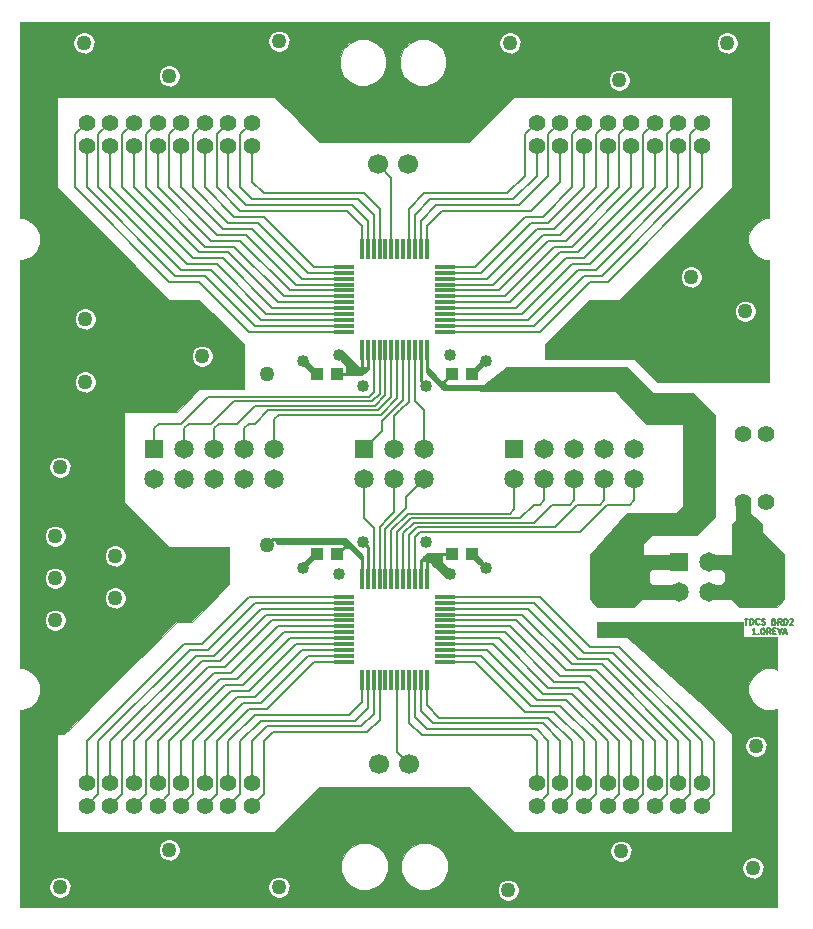
<source format=gtl>
G04 (created by PCBNEW (2013-mar-13)-testing) date Mon 31 Mar 2014 04:14:24 PM PDT*
%MOIN*%
G04 Gerber Fmt 3.4, Leading zero omitted, Abs format*
%FSLAX34Y34*%
G01*
G70*
G90*
G04 APERTURE LIST*
%ADD10C,0.001000*%
%ADD11C,0.005000*%
%ADD12R,0.043307X0.039370*%
%ADD13R,0.070866X0.011811*%
%ADD14R,0.011811X0.070866*%
%ADD15R,0.064961X0.064961*%
%ADD16C,0.064961*%
%ADD17C,0.055118*%
%ADD18C,0.066929*%
%ADD19C,0.050000*%
%ADD20C,0.040000*%
%ADD21C,0.008000*%
%ADD22C,0.010000*%
%ADD23C,0.020000*%
%ADD24C,0.050000*%
G04 APERTURE END LIST*
G54D10*
G54D11*
X96926Y-53140D02*
X97040Y-53140D01*
X96983Y-53340D02*
X96983Y-53140D01*
X97107Y-53340D02*
X97107Y-53140D01*
X97154Y-53140D01*
X97183Y-53150D01*
X97202Y-53169D01*
X97211Y-53188D01*
X97221Y-53226D01*
X97221Y-53254D01*
X97211Y-53292D01*
X97202Y-53311D01*
X97183Y-53330D01*
X97154Y-53340D01*
X97107Y-53340D01*
X97421Y-53321D02*
X97411Y-53330D01*
X97383Y-53340D01*
X97364Y-53340D01*
X97335Y-53330D01*
X97316Y-53311D01*
X97307Y-53292D01*
X97297Y-53254D01*
X97297Y-53226D01*
X97307Y-53188D01*
X97316Y-53169D01*
X97335Y-53150D01*
X97364Y-53140D01*
X97383Y-53140D01*
X97411Y-53150D01*
X97421Y-53159D01*
X97497Y-53330D02*
X97526Y-53340D01*
X97573Y-53340D01*
X97592Y-53330D01*
X97602Y-53321D01*
X97611Y-53302D01*
X97611Y-53283D01*
X97602Y-53264D01*
X97592Y-53254D01*
X97573Y-53245D01*
X97535Y-53235D01*
X97516Y-53226D01*
X97507Y-53216D01*
X97497Y-53197D01*
X97497Y-53178D01*
X97507Y-53159D01*
X97516Y-53150D01*
X97535Y-53140D01*
X97583Y-53140D01*
X97611Y-53150D01*
X97916Y-53235D02*
X97945Y-53245D01*
X97954Y-53254D01*
X97964Y-53273D01*
X97964Y-53302D01*
X97954Y-53321D01*
X97945Y-53330D01*
X97926Y-53340D01*
X97850Y-53340D01*
X97850Y-53140D01*
X97916Y-53140D01*
X97935Y-53150D01*
X97945Y-53159D01*
X97954Y-53178D01*
X97954Y-53197D01*
X97945Y-53216D01*
X97935Y-53226D01*
X97916Y-53235D01*
X97850Y-53235D01*
X98164Y-53340D02*
X98097Y-53245D01*
X98050Y-53340D02*
X98050Y-53140D01*
X98126Y-53140D01*
X98145Y-53150D01*
X98154Y-53159D01*
X98164Y-53178D01*
X98164Y-53207D01*
X98154Y-53226D01*
X98145Y-53235D01*
X98126Y-53245D01*
X98050Y-53245D01*
X98250Y-53340D02*
X98250Y-53140D01*
X98297Y-53140D01*
X98326Y-53150D01*
X98345Y-53169D01*
X98354Y-53188D01*
X98364Y-53226D01*
X98364Y-53254D01*
X98354Y-53292D01*
X98345Y-53311D01*
X98326Y-53330D01*
X98297Y-53340D01*
X98250Y-53340D01*
X98440Y-53159D02*
X98450Y-53150D01*
X98469Y-53140D01*
X98516Y-53140D01*
X98535Y-53150D01*
X98545Y-53159D01*
X98554Y-53178D01*
X98554Y-53197D01*
X98545Y-53226D01*
X98430Y-53340D01*
X98554Y-53340D01*
X97302Y-53670D02*
X97188Y-53670D01*
X97245Y-53670D02*
X97245Y-53470D01*
X97226Y-53499D01*
X97207Y-53518D01*
X97188Y-53527D01*
X97388Y-53651D02*
X97397Y-53660D01*
X97388Y-53670D01*
X97378Y-53660D01*
X97388Y-53651D01*
X97388Y-53670D01*
X97521Y-53470D02*
X97540Y-53470D01*
X97559Y-53480D01*
X97569Y-53489D01*
X97578Y-53508D01*
X97588Y-53546D01*
X97588Y-53594D01*
X97578Y-53632D01*
X97569Y-53651D01*
X97559Y-53660D01*
X97540Y-53670D01*
X97521Y-53670D01*
X97502Y-53660D01*
X97492Y-53651D01*
X97483Y-53632D01*
X97473Y-53594D01*
X97473Y-53546D01*
X97483Y-53508D01*
X97492Y-53489D01*
X97502Y-53480D01*
X97521Y-53470D01*
X97788Y-53670D02*
X97721Y-53575D01*
X97673Y-53670D02*
X97673Y-53470D01*
X97750Y-53470D01*
X97769Y-53480D01*
X97778Y-53489D01*
X97788Y-53508D01*
X97788Y-53537D01*
X97778Y-53556D01*
X97769Y-53565D01*
X97750Y-53575D01*
X97673Y-53575D01*
X97873Y-53565D02*
X97940Y-53565D01*
X97969Y-53670D02*
X97873Y-53670D01*
X97873Y-53470D01*
X97969Y-53470D01*
X98026Y-53470D02*
X98092Y-53670D01*
X98159Y-53470D01*
X98216Y-53613D02*
X98311Y-53613D01*
X98197Y-53670D02*
X98264Y-53470D01*
X98330Y-53670D01*
G54D12*
X87165Y-45000D03*
X87834Y-45000D03*
X87834Y-51000D03*
X87165Y-51000D03*
X83334Y-51000D03*
X82665Y-51000D03*
X83334Y-45000D03*
X82665Y-45000D03*
G54D13*
X86933Y-54582D03*
X86933Y-54385D03*
X86933Y-54188D03*
X86933Y-53992D03*
X86933Y-53795D03*
X86933Y-53598D03*
X86933Y-53401D03*
X86933Y-53204D03*
X86933Y-53007D03*
X86933Y-52811D03*
X86933Y-52614D03*
X86933Y-52417D03*
X83566Y-52417D03*
X83566Y-52614D03*
X83566Y-52811D03*
X83566Y-53007D03*
X83566Y-53204D03*
X83566Y-53401D03*
X83566Y-53598D03*
X83566Y-53795D03*
X83566Y-53992D03*
X83566Y-54188D03*
X83566Y-54385D03*
X83566Y-54582D03*
G54D14*
X84167Y-55183D03*
X84364Y-55183D03*
X84561Y-55183D03*
X84757Y-55183D03*
X84954Y-55183D03*
X85151Y-55183D03*
X85348Y-55183D03*
X85545Y-55183D03*
X85742Y-55183D03*
X85938Y-55183D03*
X86135Y-55183D03*
X86332Y-55183D03*
X86332Y-51816D03*
X86135Y-51816D03*
X85938Y-51816D03*
X85742Y-51816D03*
X85545Y-51816D03*
X85348Y-51816D03*
X85151Y-51816D03*
X84954Y-51816D03*
X84757Y-51816D03*
X84561Y-51816D03*
X84364Y-51816D03*
X84167Y-51816D03*
G54D13*
X83566Y-41417D03*
X83566Y-41614D03*
X83566Y-41811D03*
X83566Y-42007D03*
X83566Y-42204D03*
X83566Y-42401D03*
X83566Y-42598D03*
X83566Y-42795D03*
X83566Y-42992D03*
X83566Y-43188D03*
X83566Y-43385D03*
X83566Y-43582D03*
X86933Y-43582D03*
X86933Y-43385D03*
X86933Y-43188D03*
X86933Y-42992D03*
X86933Y-42795D03*
X86933Y-42598D03*
X86933Y-42401D03*
X86933Y-42204D03*
X86933Y-42007D03*
X86933Y-41811D03*
X86933Y-41614D03*
X86933Y-41417D03*
G54D14*
X86332Y-40816D03*
X86135Y-40816D03*
X85938Y-40816D03*
X85742Y-40816D03*
X85545Y-40816D03*
X85348Y-40816D03*
X85151Y-40816D03*
X84954Y-40816D03*
X84757Y-40816D03*
X84561Y-40816D03*
X84364Y-40816D03*
X84167Y-40816D03*
X84167Y-44183D03*
X84364Y-44183D03*
X84561Y-44183D03*
X84757Y-44183D03*
X84954Y-44183D03*
X85151Y-44183D03*
X85348Y-44183D03*
X85545Y-44183D03*
X85742Y-44183D03*
X85938Y-44183D03*
X86135Y-44183D03*
X86332Y-44183D03*
G54D15*
X77250Y-47500D03*
G54D16*
X77250Y-48500D03*
X78250Y-47500D03*
X78250Y-48500D03*
X79250Y-47500D03*
X79250Y-48500D03*
X80250Y-47500D03*
X80250Y-48500D03*
X81250Y-47500D03*
X81250Y-48500D03*
G54D15*
X89250Y-47500D03*
G54D16*
X89250Y-48500D03*
X90250Y-47500D03*
X90250Y-48500D03*
X91250Y-47500D03*
X91250Y-48500D03*
X92250Y-47500D03*
X92250Y-48500D03*
X93250Y-47500D03*
X93250Y-48500D03*
G54D15*
X84250Y-47500D03*
G54D16*
X85250Y-47500D03*
X84250Y-48500D03*
X85250Y-48500D03*
X86250Y-47500D03*
X86250Y-48500D03*
G54D15*
X94750Y-43750D03*
G54D16*
X94750Y-44750D03*
X95750Y-43750D03*
X95750Y-44750D03*
G54D15*
X94750Y-51250D03*
G54D16*
X94750Y-52250D03*
X95750Y-51250D03*
X95750Y-52250D03*
G54D17*
X95505Y-59393D03*
X95505Y-58606D03*
X94718Y-59393D03*
X94718Y-58606D03*
X93931Y-59393D03*
X93931Y-58606D03*
X93143Y-59393D03*
X93143Y-58606D03*
X92356Y-59393D03*
X92356Y-58606D03*
X91568Y-59393D03*
X91568Y-58606D03*
X90781Y-59393D03*
X90781Y-58606D03*
X89994Y-59393D03*
X89994Y-58606D03*
X80505Y-59393D03*
X80505Y-58606D03*
X79718Y-59393D03*
X79718Y-58606D03*
X78931Y-59393D03*
X78931Y-58606D03*
X78143Y-59393D03*
X78143Y-58606D03*
X77356Y-59393D03*
X77356Y-58606D03*
X76568Y-59393D03*
X76568Y-58606D03*
X75781Y-59393D03*
X75781Y-58606D03*
X74994Y-59393D03*
X74994Y-58606D03*
X89994Y-36606D03*
X89994Y-37393D03*
X90781Y-36606D03*
X90781Y-37393D03*
X91568Y-36606D03*
X91568Y-37393D03*
X92356Y-36606D03*
X92356Y-37393D03*
X93143Y-36606D03*
X93143Y-37393D03*
X93931Y-36606D03*
X93931Y-37393D03*
X94718Y-36606D03*
X94718Y-37393D03*
X95505Y-36606D03*
X95505Y-37393D03*
X74994Y-36606D03*
X74994Y-37393D03*
X75781Y-36606D03*
X75781Y-37393D03*
X76568Y-36606D03*
X76568Y-37393D03*
X77356Y-36606D03*
X77356Y-37393D03*
X78143Y-36606D03*
X78143Y-37393D03*
X78931Y-36606D03*
X78931Y-37393D03*
X79718Y-36606D03*
X79718Y-37393D03*
X80505Y-36606D03*
X80505Y-37393D03*
G54D18*
X84700Y-38000D03*
X85700Y-38000D03*
X85750Y-58000D03*
X84750Y-58000D03*
G54D17*
X97643Y-47000D03*
X96856Y-47000D03*
X96856Y-49250D03*
X97643Y-49250D03*
G54D19*
X74100Y-62100D03*
X77750Y-60850D03*
X81400Y-62100D03*
X89050Y-62200D03*
X92800Y-60900D03*
X97200Y-61450D03*
X97300Y-57400D03*
X96950Y-42900D03*
X95150Y-41750D03*
X96350Y-33950D03*
X92750Y-35200D03*
X89100Y-33950D03*
X81400Y-33900D03*
X77750Y-35050D03*
X74900Y-33950D03*
X74100Y-48100D03*
X78850Y-44400D03*
X74950Y-45250D03*
X73950Y-50400D03*
X75950Y-51050D03*
X75950Y-52450D03*
X73950Y-51800D03*
X74950Y-43150D03*
X73950Y-53200D03*
G54D20*
X84200Y-50600D03*
X82200Y-51450D03*
X82200Y-44550D03*
X84200Y-45400D03*
X86300Y-45400D03*
X88300Y-44550D03*
X88300Y-51450D03*
X86300Y-50600D03*
G54D19*
X97750Y-51250D03*
X97750Y-52250D03*
G54D20*
X83400Y-51650D03*
X83400Y-44350D03*
X87100Y-44350D03*
X87100Y-51650D03*
G54D19*
X96750Y-51750D03*
X81000Y-50700D03*
X81000Y-45000D03*
X93250Y-51750D03*
X92250Y-51250D03*
X92250Y-52250D03*
G54D21*
X85938Y-51816D02*
X85938Y-50411D01*
X85938Y-50411D02*
X86100Y-50250D01*
X86100Y-50250D02*
X91450Y-50250D01*
X91450Y-50250D02*
X92350Y-49350D01*
X92350Y-49350D02*
X93100Y-49350D01*
X93100Y-49350D02*
X93250Y-49200D01*
X93250Y-49200D02*
X93250Y-48500D01*
X93250Y-49200D02*
X93250Y-48500D01*
X85938Y-50411D02*
X86100Y-50250D01*
X85938Y-50411D02*
X86100Y-50250D01*
X84561Y-44183D02*
X84561Y-45588D01*
X84561Y-45588D02*
X84400Y-45750D01*
X84561Y-45588D02*
X84400Y-45750D01*
X77250Y-46800D02*
X77250Y-47500D01*
X79050Y-45750D02*
X78150Y-46650D01*
X78150Y-46650D02*
X77400Y-46650D01*
X77400Y-46650D02*
X77250Y-46800D01*
X85938Y-50411D02*
X86100Y-50250D01*
X85938Y-50411D02*
X86100Y-50250D01*
X86100Y-50250D02*
X91450Y-50250D01*
X91450Y-50250D02*
X92350Y-49350D01*
X92350Y-49350D02*
X93100Y-49350D01*
X93100Y-49350D02*
X93250Y-49200D01*
X84400Y-45750D02*
X79050Y-45750D01*
X84757Y-44183D02*
X84757Y-45642D01*
X84757Y-45642D02*
X84500Y-45900D01*
X78250Y-46800D02*
X78250Y-47500D01*
X84757Y-45642D02*
X84500Y-45900D01*
X85742Y-50357D02*
X86000Y-50100D01*
X86000Y-50100D02*
X90600Y-50100D01*
X90600Y-50100D02*
X91350Y-49350D01*
X91350Y-49350D02*
X92100Y-49350D01*
X92100Y-49350D02*
X92250Y-49200D01*
X85742Y-51816D02*
X85742Y-50357D01*
X78400Y-46650D02*
X78250Y-46800D01*
X79150Y-46650D02*
X78400Y-46650D01*
X79900Y-45900D02*
X79150Y-46650D01*
X84500Y-45900D02*
X79900Y-45900D01*
X84757Y-45642D02*
X84500Y-45900D01*
X92250Y-49200D02*
X92250Y-48500D01*
X84954Y-44183D02*
X84954Y-45695D01*
X84954Y-45695D02*
X84600Y-46050D01*
X79250Y-46800D02*
X79250Y-47500D01*
X85545Y-50304D02*
X85900Y-49950D01*
X85900Y-49950D02*
X89900Y-49950D01*
X89900Y-49950D02*
X90500Y-49350D01*
X90500Y-49350D02*
X91100Y-49350D01*
X91100Y-49350D02*
X91250Y-49200D01*
X85545Y-51816D02*
X85545Y-50304D01*
X79400Y-46650D02*
X79250Y-46800D01*
X80000Y-46650D02*
X79400Y-46650D01*
X80600Y-46050D02*
X80000Y-46650D01*
X84600Y-46050D02*
X80600Y-46050D01*
X84954Y-45695D02*
X84600Y-46050D01*
X91250Y-49200D02*
X91250Y-48500D01*
X85151Y-44183D02*
X85151Y-45748D01*
X85151Y-45748D02*
X84700Y-46200D01*
X80250Y-46850D02*
X80250Y-47500D01*
X85348Y-50251D02*
X85800Y-49800D01*
X85800Y-49800D02*
X89450Y-49800D01*
X89450Y-49800D02*
X89900Y-49350D01*
X89900Y-49350D02*
X90100Y-49350D01*
X90100Y-49350D02*
X90250Y-49200D01*
X85348Y-51816D02*
X85348Y-50251D01*
X80250Y-46800D02*
X80250Y-46850D01*
X80400Y-46650D02*
X80250Y-46800D01*
X80600Y-46650D02*
X80400Y-46650D01*
X81050Y-46200D02*
X80600Y-46650D01*
X84700Y-46200D02*
X81050Y-46200D01*
X85151Y-45748D02*
X84700Y-46200D01*
X90250Y-49200D02*
X90250Y-48500D01*
X85348Y-44183D02*
X85348Y-45801D01*
X81400Y-46350D02*
X81250Y-46500D01*
X84800Y-46350D02*
X81400Y-46350D01*
X85348Y-45801D02*
X84800Y-46350D01*
X81250Y-46500D02*
X81250Y-47500D01*
X81250Y-46500D02*
X81250Y-47500D01*
X85151Y-51816D02*
X85151Y-50198D01*
X85151Y-50198D02*
X85700Y-49650D01*
X85700Y-49650D02*
X89100Y-49650D01*
X89100Y-49650D02*
X89250Y-49500D01*
X89250Y-49500D02*
X89250Y-48500D01*
X89100Y-49650D02*
X89250Y-49500D01*
X89250Y-49500D02*
X89250Y-48500D01*
X85151Y-50198D02*
X85700Y-49650D01*
X85151Y-50198D02*
X85700Y-49650D01*
X85700Y-49650D02*
X89100Y-49650D01*
X81250Y-46500D02*
X81250Y-47500D01*
X89250Y-49500D02*
X89250Y-48500D01*
X84954Y-50145D02*
X85650Y-49450D01*
X84954Y-51816D02*
X84954Y-50145D01*
X85650Y-49100D02*
X86250Y-48500D01*
X85650Y-49450D02*
X85650Y-49100D01*
X85545Y-44183D02*
X85545Y-45854D01*
X84850Y-46900D02*
X84250Y-47500D01*
X84850Y-46550D02*
X84850Y-46900D01*
X85545Y-45854D02*
X84850Y-46550D01*
X84561Y-51816D02*
X84561Y-50111D01*
X84561Y-50111D02*
X84250Y-49800D01*
X84250Y-49800D02*
X84250Y-48500D01*
X85938Y-44183D02*
X85938Y-45888D01*
X86250Y-46200D02*
X86250Y-47500D01*
X85938Y-45888D02*
X86250Y-46200D01*
X85151Y-40816D02*
X85151Y-38451D01*
X85151Y-38451D02*
X84700Y-38000D01*
X85348Y-55183D02*
X85348Y-57598D01*
X85348Y-57598D02*
X85750Y-58000D01*
X83566Y-43582D02*
X80395Y-43582D01*
X77750Y-41921D02*
X74600Y-38771D01*
X78734Y-41921D02*
X77750Y-41921D01*
X80395Y-43582D02*
X78734Y-41921D01*
X74600Y-37000D02*
X74994Y-36606D01*
X74600Y-38771D02*
X74600Y-37000D01*
X83566Y-41811D02*
X82167Y-41811D01*
X79521Y-40149D02*
X78143Y-38771D01*
X80505Y-40149D02*
X79521Y-40149D01*
X82167Y-41811D02*
X80505Y-40149D01*
X78143Y-38771D02*
X78143Y-37393D01*
X78537Y-38771D02*
X78537Y-37000D01*
X80702Y-39952D02*
X79718Y-39952D01*
X79718Y-39952D02*
X78537Y-38771D01*
X82364Y-41614D02*
X80702Y-39952D01*
X83566Y-41614D02*
X82364Y-41614D01*
X78537Y-37000D02*
X78931Y-36606D01*
X83566Y-41417D02*
X82561Y-41417D01*
X82561Y-41417D02*
X80899Y-39755D01*
X79915Y-39755D02*
X78931Y-38771D01*
X80899Y-39755D02*
X79915Y-39755D01*
X78931Y-37393D02*
X78931Y-38771D01*
X84167Y-40816D02*
X84167Y-40070D01*
X79324Y-37000D02*
X79718Y-36606D01*
X79324Y-38771D02*
X79324Y-37000D01*
X80112Y-39559D02*
X79324Y-38771D01*
X83655Y-39559D02*
X80112Y-39559D01*
X84167Y-40070D02*
X83655Y-39559D01*
X79718Y-37393D02*
X79718Y-38771D01*
X84364Y-39874D02*
X84364Y-40816D01*
X83852Y-39362D02*
X84364Y-39874D01*
X80309Y-39362D02*
X83852Y-39362D01*
X79718Y-38771D02*
X80309Y-39362D01*
X80505Y-36606D02*
X80112Y-37000D01*
X84561Y-39677D02*
X84561Y-40816D01*
X84049Y-39165D02*
X84561Y-39677D01*
X80505Y-39165D02*
X84049Y-39165D01*
X80112Y-38771D02*
X80505Y-39165D01*
X80112Y-37000D02*
X80112Y-38771D01*
X84757Y-40816D02*
X84757Y-39480D01*
X80505Y-38574D02*
X80505Y-37393D01*
X80899Y-38968D02*
X80505Y-38574D01*
X84246Y-38968D02*
X80899Y-38968D01*
X84757Y-39480D02*
X84246Y-38968D01*
X85742Y-40816D02*
X85742Y-39480D01*
X89600Y-37000D02*
X89994Y-36606D01*
X89600Y-38377D02*
X89600Y-37000D01*
X89009Y-38968D02*
X89600Y-38377D01*
X86253Y-38968D02*
X89009Y-38968D01*
X85742Y-39480D02*
X86253Y-38968D01*
X85938Y-40816D02*
X85938Y-39677D01*
X89994Y-38377D02*
X89994Y-37393D01*
X89206Y-39165D02*
X89994Y-38377D01*
X86450Y-39165D02*
X89206Y-39165D01*
X85938Y-39677D02*
X86450Y-39165D01*
X86135Y-40816D02*
X86135Y-39874D01*
X90387Y-37000D02*
X90781Y-36606D01*
X90387Y-38377D02*
X90387Y-37000D01*
X89403Y-39362D02*
X90387Y-38377D01*
X86647Y-39362D02*
X89403Y-39362D01*
X86135Y-39874D02*
X86647Y-39362D01*
X83566Y-43385D02*
X80592Y-43385D01*
X77946Y-41724D02*
X74994Y-38771D01*
X78931Y-41724D02*
X77946Y-41724D01*
X80592Y-43385D02*
X78931Y-41724D01*
X74994Y-38771D02*
X74994Y-37393D01*
X86332Y-40816D02*
X86332Y-40070D01*
X90781Y-38574D02*
X90781Y-37393D01*
X89797Y-39559D02*
X90781Y-38574D01*
X86844Y-39559D02*
X89797Y-39559D01*
X86332Y-40070D02*
X86844Y-39559D01*
X86933Y-41417D02*
X87938Y-41417D01*
X91175Y-37000D02*
X91568Y-36606D01*
X91175Y-38771D02*
X91175Y-37000D01*
X90190Y-39755D02*
X91175Y-38771D01*
X89600Y-39755D02*
X90190Y-39755D01*
X87938Y-41417D02*
X89600Y-39755D01*
X86933Y-41614D02*
X88135Y-41614D01*
X91568Y-38771D02*
X91568Y-37393D01*
X90387Y-39952D02*
X91568Y-38771D01*
X89797Y-39952D02*
X90387Y-39952D01*
X88135Y-41614D02*
X89797Y-39952D01*
X86933Y-41811D02*
X88332Y-41811D01*
X91962Y-37000D02*
X92356Y-36606D01*
X91962Y-38771D02*
X91962Y-37000D01*
X90584Y-40149D02*
X91962Y-38771D01*
X89994Y-40149D02*
X90584Y-40149D01*
X88332Y-41811D02*
X89994Y-40149D01*
X86933Y-42007D02*
X88529Y-42007D01*
X92356Y-38771D02*
X92356Y-37393D01*
X90781Y-40346D02*
X92356Y-38771D01*
X90190Y-40346D02*
X90781Y-40346D01*
X88529Y-42007D02*
X90190Y-40346D01*
X86933Y-42204D02*
X88726Y-42204D01*
X92750Y-37000D02*
X93143Y-36606D01*
X92750Y-38771D02*
X92750Y-37000D01*
X90978Y-40543D02*
X92750Y-38771D01*
X90387Y-40543D02*
X90978Y-40543D01*
X88726Y-42204D02*
X90387Y-40543D01*
X86933Y-42401D02*
X88923Y-42401D01*
X93143Y-38771D02*
X93143Y-37393D01*
X91175Y-40740D02*
X93143Y-38771D01*
X90584Y-40740D02*
X91175Y-40740D01*
X88923Y-42401D02*
X90584Y-40740D01*
X86933Y-42598D02*
X89120Y-42598D01*
X93537Y-37000D02*
X93931Y-36606D01*
X93537Y-38771D02*
X93537Y-37000D01*
X91372Y-40937D02*
X93537Y-38771D01*
X90781Y-40937D02*
X91372Y-40937D01*
X89120Y-42598D02*
X90781Y-40937D01*
X86933Y-42795D02*
X89316Y-42795D01*
X93931Y-38771D02*
X93931Y-37393D01*
X91568Y-41133D02*
X93931Y-38771D01*
X90978Y-41133D02*
X91568Y-41133D01*
X89316Y-42795D02*
X90978Y-41133D01*
X86933Y-42992D02*
X89513Y-42992D01*
X94324Y-37000D02*
X94718Y-36606D01*
X94324Y-38771D02*
X94324Y-37000D01*
X91765Y-41330D02*
X94324Y-38771D01*
X91175Y-41330D02*
X91765Y-41330D01*
X89513Y-42992D02*
X91175Y-41330D01*
X83566Y-43188D02*
X80789Y-43188D01*
X78143Y-41527D02*
X75387Y-38771D01*
X79127Y-41527D02*
X78143Y-41527D01*
X80789Y-43188D02*
X79127Y-41527D01*
X75781Y-36606D02*
X75387Y-37000D01*
X75387Y-37000D02*
X75387Y-38771D01*
X86933Y-43188D02*
X89710Y-43188D01*
X94718Y-38771D02*
X94718Y-37393D01*
X91962Y-41527D02*
X94718Y-38771D01*
X91372Y-41527D02*
X91962Y-41527D01*
X89710Y-43188D02*
X91372Y-41527D01*
X86933Y-43385D02*
X89907Y-43385D01*
X95112Y-37000D02*
X95505Y-36606D01*
X95112Y-38771D02*
X95112Y-37000D01*
X92159Y-41724D02*
X95112Y-38771D01*
X91568Y-41724D02*
X92159Y-41724D01*
X89907Y-43385D02*
X91568Y-41724D01*
X86933Y-43582D02*
X90104Y-43582D01*
X95505Y-38771D02*
X95505Y-37393D01*
X92356Y-41921D02*
X95505Y-38771D01*
X91765Y-41921D02*
X92356Y-41921D01*
X90104Y-43582D02*
X91765Y-41921D01*
X83566Y-42992D02*
X80986Y-42992D01*
X78340Y-41330D02*
X75781Y-38771D01*
X79324Y-41330D02*
X78340Y-41330D01*
X80986Y-42992D02*
X79324Y-41330D01*
X75781Y-38771D02*
X75781Y-37393D01*
X83566Y-42795D02*
X81183Y-42795D01*
X78537Y-41133D02*
X76175Y-38771D01*
X79521Y-41133D02*
X78537Y-41133D01*
X81183Y-42795D02*
X79521Y-41133D01*
X76568Y-36606D02*
X76175Y-37000D01*
X76175Y-37000D02*
X76175Y-38771D01*
X83566Y-42598D02*
X81379Y-42598D01*
X78734Y-40937D02*
X76568Y-38771D01*
X79718Y-40937D02*
X78734Y-40937D01*
X81379Y-42598D02*
X79718Y-40937D01*
X76568Y-37393D02*
X76568Y-38771D01*
X83566Y-42401D02*
X81576Y-42401D01*
X78931Y-40740D02*
X76962Y-38771D01*
X79915Y-40740D02*
X78931Y-40740D01*
X81576Y-42401D02*
X79915Y-40740D01*
X76962Y-37000D02*
X77356Y-36606D01*
X76962Y-38771D02*
X76962Y-37000D01*
X83566Y-42204D02*
X81773Y-42204D01*
X79127Y-40543D02*
X77356Y-38771D01*
X80112Y-40543D02*
X79127Y-40543D01*
X81773Y-42204D02*
X80112Y-40543D01*
X77356Y-37393D02*
X77356Y-38771D01*
X83566Y-42007D02*
X81970Y-42007D01*
X79324Y-40346D02*
X77750Y-38771D01*
X80309Y-40346D02*
X79324Y-40346D01*
X81970Y-42007D02*
X80309Y-40346D01*
X77750Y-37000D02*
X78143Y-36606D01*
X77750Y-38771D02*
X77750Y-37000D01*
X95505Y-59393D02*
X95899Y-59000D01*
X90104Y-52417D02*
X86933Y-52417D01*
X91765Y-54078D02*
X90104Y-52417D01*
X92750Y-54078D02*
X91765Y-54078D01*
X95899Y-57228D02*
X92750Y-54078D01*
X95899Y-59000D02*
X95899Y-57228D01*
X92356Y-58606D02*
X92356Y-57228D01*
X88332Y-54188D02*
X86933Y-54188D01*
X89994Y-55850D02*
X88332Y-54188D01*
X90978Y-55850D02*
X89994Y-55850D01*
X92356Y-57228D02*
X90978Y-55850D01*
X91568Y-59393D02*
X91962Y-59000D01*
X88135Y-54385D02*
X86933Y-54385D01*
X89797Y-56047D02*
X88135Y-54385D01*
X90781Y-56047D02*
X89797Y-56047D01*
X91962Y-57228D02*
X90781Y-56047D01*
X91962Y-59000D02*
X91962Y-57228D01*
X91568Y-58606D02*
X91568Y-57228D01*
X87938Y-54582D02*
X86933Y-54582D01*
X89600Y-56244D02*
X87938Y-54582D01*
X90584Y-56244D02*
X89600Y-56244D01*
X91568Y-57228D02*
X90584Y-56244D01*
X90781Y-59393D02*
X91175Y-59000D01*
X86332Y-56027D02*
X86332Y-55183D01*
X86746Y-56440D02*
X86332Y-56027D01*
X90387Y-56440D02*
X86746Y-56440D01*
X91175Y-57228D02*
X90387Y-56440D01*
X91175Y-59000D02*
X91175Y-57228D01*
X90781Y-58606D02*
X90781Y-57228D01*
X86135Y-56224D02*
X86135Y-55183D01*
X86549Y-56637D02*
X86135Y-56224D01*
X90190Y-56637D02*
X86549Y-56637D01*
X90781Y-57228D02*
X90190Y-56637D01*
X89994Y-59393D02*
X90387Y-59000D01*
X85938Y-56421D02*
X85938Y-55183D01*
X86352Y-56834D02*
X85938Y-56421D01*
X89994Y-56834D02*
X86352Y-56834D01*
X90387Y-57228D02*
X89994Y-56834D01*
X90387Y-59000D02*
X90387Y-57228D01*
X89994Y-58606D02*
X89994Y-57228D01*
X85742Y-56618D02*
X85742Y-55183D01*
X86155Y-57031D02*
X85742Y-56618D01*
X89797Y-57031D02*
X86155Y-57031D01*
X89994Y-57228D02*
X89797Y-57031D01*
X80505Y-59393D02*
X80899Y-59000D01*
X84757Y-56519D02*
X84757Y-55183D01*
X84344Y-56933D02*
X84757Y-56519D01*
X81194Y-56933D02*
X84344Y-56933D01*
X80899Y-57228D02*
X81194Y-56933D01*
X80899Y-59000D02*
X80899Y-57228D01*
X80505Y-58606D02*
X80505Y-57228D01*
X84561Y-56322D02*
X84561Y-55183D01*
X84147Y-56736D02*
X84561Y-56322D01*
X80998Y-56736D02*
X84147Y-56736D01*
X80505Y-57228D02*
X80998Y-56736D01*
X79718Y-59393D02*
X80112Y-59000D01*
X84364Y-56125D02*
X84364Y-55183D01*
X83950Y-56539D02*
X84364Y-56125D01*
X80801Y-56539D02*
X83950Y-56539D01*
X80112Y-57228D02*
X80801Y-56539D01*
X80112Y-59000D02*
X80112Y-57228D01*
X95505Y-58606D02*
X95505Y-57228D01*
X89907Y-52614D02*
X86933Y-52614D01*
X91568Y-54275D02*
X89907Y-52614D01*
X92553Y-54275D02*
X91568Y-54275D01*
X95505Y-57228D02*
X92553Y-54275D01*
X79718Y-58606D02*
X79718Y-57228D01*
X84167Y-55929D02*
X84167Y-55183D01*
X83753Y-56342D02*
X84167Y-55929D01*
X80604Y-56342D02*
X83753Y-56342D01*
X79718Y-57228D02*
X80604Y-56342D01*
X78931Y-59393D02*
X79324Y-59000D01*
X82561Y-54582D02*
X83566Y-54582D01*
X80998Y-56145D02*
X82561Y-54582D01*
X80407Y-56145D02*
X80998Y-56145D01*
X79324Y-57228D02*
X80407Y-56145D01*
X79324Y-59000D02*
X79324Y-57228D01*
X78931Y-58606D02*
X78931Y-57228D01*
X82364Y-54385D02*
X83566Y-54385D01*
X80801Y-55948D02*
X82364Y-54385D01*
X80210Y-55948D02*
X80801Y-55948D01*
X78931Y-57228D02*
X80210Y-55948D01*
X78143Y-59393D02*
X78537Y-59000D01*
X82167Y-54188D02*
X83566Y-54188D01*
X80604Y-55751D02*
X82167Y-54188D01*
X80013Y-55751D02*
X80604Y-55751D01*
X78537Y-57228D02*
X80013Y-55751D01*
X78537Y-59000D02*
X78537Y-57228D01*
X78143Y-58606D02*
X78143Y-57228D01*
X81970Y-53992D02*
X83566Y-53992D01*
X80407Y-55555D02*
X81970Y-53992D01*
X79816Y-55555D02*
X80407Y-55555D01*
X78143Y-57228D02*
X79816Y-55555D01*
X77356Y-59393D02*
X77750Y-59000D01*
X81773Y-53795D02*
X83566Y-53795D01*
X80210Y-55358D02*
X81773Y-53795D01*
X79620Y-55358D02*
X80210Y-55358D01*
X77750Y-57228D02*
X79620Y-55358D01*
X77750Y-59000D02*
X77750Y-57228D01*
X77356Y-58606D02*
X77356Y-57228D01*
X81576Y-53598D02*
X83566Y-53598D01*
X80013Y-55161D02*
X81576Y-53598D01*
X79423Y-55161D02*
X80013Y-55161D01*
X77356Y-57228D02*
X79423Y-55161D01*
X76568Y-59393D02*
X76962Y-59000D01*
X81379Y-53401D02*
X83566Y-53401D01*
X79816Y-54964D02*
X81379Y-53401D01*
X79226Y-54964D02*
X79816Y-54964D01*
X76962Y-57228D02*
X79226Y-54964D01*
X76962Y-59000D02*
X76962Y-57228D01*
X76568Y-58606D02*
X76568Y-57228D01*
X81183Y-53204D02*
X83566Y-53204D01*
X79620Y-54767D02*
X81183Y-53204D01*
X79029Y-54767D02*
X79620Y-54767D01*
X76568Y-57228D02*
X79029Y-54767D01*
X75781Y-59393D02*
X76175Y-59000D01*
X80986Y-53007D02*
X83566Y-53007D01*
X79423Y-54570D02*
X80986Y-53007D01*
X78832Y-54570D02*
X79423Y-54570D01*
X76175Y-57228D02*
X78832Y-54570D01*
X76175Y-59000D02*
X76175Y-57228D01*
X94718Y-59393D02*
X95112Y-59000D01*
X89710Y-52811D02*
X86933Y-52811D01*
X91372Y-54472D02*
X89710Y-52811D01*
X92356Y-54472D02*
X91372Y-54472D01*
X95112Y-57228D02*
X92356Y-54472D01*
X95112Y-59000D02*
X95112Y-57228D01*
X75781Y-58606D02*
X75781Y-57228D01*
X80789Y-52811D02*
X83566Y-52811D01*
X79226Y-54374D02*
X80789Y-52811D01*
X78635Y-54374D02*
X79226Y-54374D01*
X75781Y-57228D02*
X78635Y-54374D01*
X74994Y-59393D02*
X75387Y-59000D01*
X80592Y-52614D02*
X83566Y-52614D01*
X79029Y-54177D02*
X80592Y-52614D01*
X78438Y-54177D02*
X79029Y-54177D01*
X75387Y-57228D02*
X78438Y-54177D01*
X75387Y-59000D02*
X75387Y-57228D01*
X74994Y-58606D02*
X74994Y-57228D01*
X80395Y-52417D02*
X83566Y-52417D01*
X78832Y-53980D02*
X80395Y-52417D01*
X78242Y-53980D02*
X78832Y-53980D01*
X74994Y-57228D02*
X78242Y-53980D01*
X94718Y-58606D02*
X94718Y-57228D01*
X89513Y-53007D02*
X86933Y-53007D01*
X91175Y-54669D02*
X89513Y-53007D01*
X92159Y-54669D02*
X91175Y-54669D01*
X94718Y-57228D02*
X92159Y-54669D01*
X93931Y-59393D02*
X94324Y-59000D01*
X89316Y-53204D02*
X86933Y-53204D01*
X90978Y-54866D02*
X89316Y-53204D01*
X91962Y-54866D02*
X90978Y-54866D01*
X94324Y-57228D02*
X91962Y-54866D01*
X94324Y-59000D02*
X94324Y-57228D01*
X93931Y-58606D02*
X93931Y-57228D01*
X89120Y-53401D02*
X86933Y-53401D01*
X90781Y-55062D02*
X89120Y-53401D01*
X91765Y-55062D02*
X90781Y-55062D01*
X93931Y-57228D02*
X91765Y-55062D01*
X93143Y-59393D02*
X93537Y-59000D01*
X88923Y-53598D02*
X86933Y-53598D01*
X90584Y-55259D02*
X88923Y-53598D01*
X91568Y-55259D02*
X90584Y-55259D01*
X93537Y-57228D02*
X91568Y-55259D01*
X93537Y-59000D02*
X93537Y-57228D01*
X93143Y-58606D02*
X93143Y-57228D01*
X88726Y-53795D02*
X86933Y-53795D01*
X90387Y-55456D02*
X88726Y-53795D01*
X91372Y-55456D02*
X90387Y-55456D01*
X93143Y-57228D02*
X91372Y-55456D01*
X92356Y-59393D02*
X92750Y-59000D01*
X88529Y-53992D02*
X86933Y-53992D01*
X90190Y-55653D02*
X88529Y-53992D01*
X91175Y-55653D02*
X90190Y-55653D01*
X92750Y-57228D02*
X91175Y-55653D01*
X92750Y-59000D02*
X92750Y-57228D01*
X84757Y-50092D02*
X85050Y-49800D01*
X85050Y-49800D02*
X85250Y-49600D01*
X85250Y-49600D02*
X85250Y-48500D01*
X84757Y-51816D02*
X84757Y-50092D01*
X85742Y-44183D02*
X85742Y-45907D01*
X85250Y-46400D02*
X85250Y-47500D01*
X85450Y-46200D02*
X85250Y-46400D01*
X85742Y-45907D02*
X85450Y-46200D01*
G54D22*
X84364Y-51816D02*
X84364Y-50764D01*
X84364Y-50764D02*
X84200Y-50600D01*
X82665Y-51000D02*
X82650Y-51000D01*
G54D23*
X82650Y-51000D02*
X82200Y-51450D01*
G54D22*
X82650Y-45000D02*
X82665Y-45000D01*
G54D23*
X82650Y-45000D02*
X82200Y-44550D01*
G54D22*
X86135Y-44183D02*
X86135Y-45235D01*
X86135Y-45235D02*
X86300Y-45400D01*
X87834Y-45000D02*
X87850Y-45000D01*
G54D23*
X87850Y-45000D02*
X88300Y-44550D01*
G54D22*
X88300Y-51450D02*
X88150Y-51300D01*
X87834Y-51000D02*
X87850Y-51000D01*
G54D23*
X87850Y-51000D02*
X88150Y-51300D01*
G54D24*
X96856Y-50356D02*
X97750Y-51250D01*
X96856Y-49250D02*
X96856Y-50356D01*
X97750Y-51250D02*
X95750Y-51250D01*
X95750Y-52250D02*
X97750Y-52250D01*
G54D22*
X83400Y-44350D02*
X83550Y-44500D01*
X84050Y-45000D02*
X83550Y-44500D01*
X84050Y-45000D02*
X84150Y-45000D01*
X84167Y-44183D02*
X84167Y-44767D01*
X84250Y-44850D02*
X84250Y-44900D01*
X84167Y-44767D02*
X84250Y-44850D01*
X84364Y-44183D02*
X84364Y-44785D01*
X84150Y-45000D02*
X83334Y-45000D01*
X84364Y-44785D02*
X84250Y-44900D01*
X84250Y-44900D02*
X84150Y-45000D01*
X86350Y-51000D02*
X86450Y-51000D01*
X86450Y-51000D02*
X87100Y-51650D01*
X86300Y-51050D02*
X86300Y-51200D01*
X86150Y-51200D02*
X86300Y-51050D01*
X86300Y-51200D02*
X86150Y-51200D01*
X86332Y-51816D02*
X86332Y-51232D01*
X86250Y-51150D02*
X86250Y-51100D01*
X86332Y-51232D02*
X86250Y-51150D01*
X86135Y-51816D02*
X86135Y-51214D01*
X86350Y-51000D02*
X87165Y-51000D01*
X86135Y-51214D02*
X86250Y-51100D01*
X86250Y-51100D02*
X86300Y-51050D01*
X86300Y-51050D02*
X86350Y-51000D01*
G54D24*
X95750Y-51250D02*
X96250Y-51250D01*
X96250Y-51250D02*
X96750Y-51750D01*
X96250Y-52250D02*
X95750Y-52250D01*
X96750Y-51750D02*
X96250Y-52250D01*
X96250Y-51250D02*
X96750Y-51750D01*
G54D22*
X83334Y-51000D02*
X83350Y-51000D01*
X83700Y-50650D02*
X83700Y-50600D01*
X83350Y-51000D02*
X83700Y-50650D01*
X84167Y-51816D02*
X84167Y-51067D01*
X81200Y-50500D02*
X81000Y-50700D01*
X83600Y-50500D02*
X81200Y-50500D01*
X84167Y-51067D02*
X83700Y-50600D01*
X83700Y-50600D02*
X83600Y-50500D01*
G54D24*
X94500Y-51250D02*
X92250Y-51250D01*
X94500Y-52250D02*
X92250Y-52250D01*
X93300Y-51700D02*
X93300Y-50550D01*
X92850Y-45300D02*
X89100Y-45300D01*
X93400Y-45850D02*
X92850Y-45300D01*
X94400Y-45850D02*
X93400Y-45850D01*
X95100Y-46550D02*
X94400Y-45850D01*
X95100Y-49500D02*
X95100Y-46550D01*
X94750Y-49850D02*
X95100Y-49500D01*
X94000Y-49850D02*
X94750Y-49850D01*
X93300Y-50550D02*
X94000Y-49850D01*
X94500Y-52250D02*
X93750Y-52250D01*
X93750Y-52250D02*
X93250Y-51750D01*
X93750Y-51250D02*
X94500Y-51250D01*
X93250Y-51750D02*
X93300Y-51700D01*
X93300Y-51700D02*
X93750Y-51250D01*
G54D22*
X86800Y-45400D02*
X86850Y-45450D01*
X86332Y-44932D02*
X86800Y-45400D01*
X86332Y-44183D02*
X86332Y-44932D01*
X87150Y-45000D02*
X86800Y-45350D01*
X86800Y-45350D02*
X86800Y-45400D01*
X87165Y-45000D02*
X87150Y-45000D01*
X86850Y-45300D02*
X86700Y-45300D01*
X86700Y-45300D02*
X86850Y-45450D01*
X86850Y-45450D02*
X86850Y-45300D01*
X86900Y-45500D02*
X87450Y-45500D01*
X86900Y-45500D02*
X86850Y-45450D01*
X87450Y-45500D02*
X88400Y-45500D01*
G54D10*
G36*
X98245Y-52497D02*
X97997Y-52745D01*
X96752Y-52745D01*
X96289Y-52282D01*
X96289Y-52281D01*
X96260Y-52072D01*
X96255Y-52060D01*
X96255Y-51413D01*
X96289Y-51281D01*
X96281Y-51225D01*
X96505Y-51002D01*
X96505Y-50500D01*
X96505Y-50002D01*
X96753Y-49753D01*
X96780Y-49726D01*
X96836Y-49739D01*
X97025Y-49709D01*
X97061Y-49694D01*
X97092Y-49620D01*
X97135Y-49663D01*
X97146Y-49653D01*
X97495Y-50002D01*
X97495Y-50252D01*
X97996Y-50753D01*
X98245Y-51002D01*
X98245Y-52497D01*
X98245Y-52497D01*
G37*
X98245Y-52497D02*
X97997Y-52745D01*
X96752Y-52745D01*
X96289Y-52282D01*
X96289Y-52281D01*
X96260Y-52072D01*
X96255Y-52060D01*
X96255Y-51413D01*
X96289Y-51281D01*
X96281Y-51225D01*
X96505Y-51002D01*
X96505Y-50500D01*
X96505Y-50002D01*
X96753Y-49753D01*
X96780Y-49726D01*
X96836Y-49739D01*
X97025Y-49709D01*
X97061Y-49694D01*
X97092Y-49620D01*
X97135Y-49663D01*
X97146Y-49653D01*
X97495Y-50002D01*
X97495Y-50252D01*
X97996Y-50753D01*
X98245Y-51002D01*
X98245Y-52497D01*
G36*
X87042Y-51459D02*
X86924Y-51547D01*
X86934Y-51757D01*
X86603Y-51426D01*
X86553Y-51376D01*
X86493Y-51316D01*
X86463Y-51286D01*
X86422Y-51245D01*
X86355Y-51245D01*
X86355Y-50955D01*
X86845Y-50955D01*
X86845Y-51050D01*
X86845Y-51262D01*
X86996Y-51413D01*
X87042Y-51459D01*
X87042Y-51459D01*
G37*
X87042Y-51459D02*
X86924Y-51547D01*
X86934Y-51757D01*
X86603Y-51426D01*
X86553Y-51376D01*
X86493Y-51316D01*
X86463Y-51286D01*
X86422Y-51245D01*
X86355Y-51245D01*
X86355Y-50955D01*
X86845Y-50955D01*
X86845Y-51050D01*
X86845Y-51262D01*
X86996Y-51413D01*
X87042Y-51459D01*
G36*
X84395Y-44807D02*
X84167Y-45035D01*
X83645Y-45035D01*
X83645Y-44717D01*
X83466Y-44539D01*
X83514Y-44461D01*
X83543Y-44220D01*
X84087Y-44755D01*
X84395Y-44755D01*
X84395Y-44807D01*
X84395Y-44807D01*
G37*
X84395Y-44807D02*
X84167Y-45035D01*
X83645Y-45035D01*
X83645Y-44717D01*
X83466Y-44539D01*
X83514Y-44461D01*
X83543Y-44220D01*
X84087Y-44755D01*
X84395Y-44755D01*
X84395Y-44807D01*
G36*
X95945Y-49747D02*
X95347Y-50345D01*
X93854Y-50345D01*
X93833Y-50159D01*
X93495Y-50497D01*
X93495Y-51005D01*
X93745Y-51005D01*
X93745Y-52247D01*
X93247Y-52745D01*
X92750Y-52745D01*
X92002Y-52745D01*
X91755Y-52497D01*
X91755Y-51002D01*
X92003Y-50753D01*
X92253Y-50503D01*
X93002Y-49605D01*
X94698Y-49605D01*
X94867Y-49689D01*
X95055Y-49603D01*
X95004Y-46498D01*
X94458Y-45605D01*
X95197Y-45605D01*
X95945Y-46352D01*
X95945Y-49747D01*
X95945Y-49747D01*
G37*
X95945Y-49747D02*
X95347Y-50345D01*
X93854Y-50345D01*
X93833Y-50159D01*
X93495Y-50497D01*
X93495Y-51005D01*
X93745Y-51005D01*
X93745Y-52247D01*
X93247Y-52745D01*
X92750Y-52745D01*
X92002Y-52745D01*
X91755Y-52497D01*
X91755Y-51002D01*
X92003Y-50753D01*
X92253Y-50503D01*
X93002Y-49605D01*
X94698Y-49605D01*
X94867Y-49689D01*
X95055Y-49603D01*
X95004Y-46498D01*
X94458Y-45605D01*
X95197Y-45605D01*
X95945Y-46352D01*
X95945Y-49747D01*
G36*
X94894Y-46500D02*
X94846Y-46645D01*
X93652Y-46645D01*
X92602Y-45545D01*
X88105Y-45545D01*
X88105Y-45495D01*
X86902Y-45495D01*
X86355Y-44947D01*
X86355Y-44850D01*
X86355Y-44800D01*
X86355Y-44762D01*
X86746Y-45153D01*
X86797Y-45205D01*
X86897Y-45205D01*
X86945Y-45252D01*
X86945Y-45302D01*
X86997Y-45355D01*
X88230Y-45355D01*
X89001Y-44755D01*
X92997Y-44755D01*
X93837Y-45595D01*
X93137Y-45595D01*
X93447Y-45904D01*
X94547Y-45954D01*
X94894Y-46500D01*
X94894Y-46500D01*
G37*
X94894Y-46500D02*
X94846Y-46645D01*
X93652Y-46645D01*
X92602Y-45545D01*
X88105Y-45545D01*
X88105Y-45495D01*
X86902Y-45495D01*
X86355Y-44947D01*
X86355Y-44850D01*
X86355Y-44800D01*
X86355Y-44762D01*
X86746Y-45153D01*
X86797Y-45205D01*
X86897Y-45205D01*
X86945Y-45252D01*
X86945Y-45302D01*
X86997Y-45355D01*
X88230Y-45355D01*
X89001Y-44755D01*
X92997Y-44755D01*
X93837Y-45595D01*
X93137Y-45595D01*
X93447Y-45904D01*
X94547Y-45954D01*
X94894Y-46500D01*
G36*
X84145Y-51187D02*
X83752Y-50795D01*
X83650Y-50795D01*
X83602Y-50795D01*
X83555Y-50747D01*
X83555Y-50697D01*
X83502Y-50645D01*
X83450Y-50645D01*
X81352Y-50645D01*
X81257Y-50550D01*
X81302Y-50505D01*
X83597Y-50505D01*
X84145Y-51052D01*
X84145Y-51187D01*
X84145Y-51187D01*
G37*
X84145Y-51187D02*
X83752Y-50795D01*
X83650Y-50795D01*
X83602Y-50795D01*
X83555Y-50747D01*
X83555Y-50697D01*
X83502Y-50645D01*
X83450Y-50645D01*
X81352Y-50645D01*
X81257Y-50550D01*
X81302Y-50505D01*
X83597Y-50505D01*
X84145Y-51052D01*
X84145Y-51187D01*
G36*
X97995Y-62745D02*
X97655Y-62745D01*
X97655Y-57329D01*
X97601Y-57199D01*
X97501Y-57099D01*
X97370Y-57045D01*
X97229Y-57044D01*
X97099Y-57098D01*
X96999Y-57198D01*
X96945Y-57329D01*
X96944Y-57470D01*
X96998Y-57600D01*
X97098Y-57700D01*
X97229Y-57754D01*
X97370Y-57755D01*
X97500Y-57701D01*
X97600Y-57601D01*
X97654Y-57470D01*
X97655Y-57329D01*
X97655Y-62745D01*
X97555Y-62745D01*
X97555Y-61379D01*
X97501Y-61249D01*
X97401Y-61149D01*
X97270Y-61095D01*
X97129Y-61094D01*
X96999Y-61148D01*
X96899Y-61248D01*
X96845Y-61379D01*
X96844Y-61520D01*
X96898Y-61650D01*
X96998Y-61750D01*
X97129Y-61804D01*
X97270Y-61805D01*
X97400Y-61751D01*
X97500Y-61651D01*
X97554Y-61520D01*
X97555Y-61379D01*
X97555Y-62745D01*
X93155Y-62745D01*
X93155Y-60829D01*
X93101Y-60699D01*
X93001Y-60599D01*
X92870Y-60545D01*
X92729Y-60544D01*
X92599Y-60598D01*
X92499Y-60698D01*
X92445Y-60829D01*
X92444Y-60970D01*
X92498Y-61100D01*
X92598Y-61200D01*
X92729Y-61254D01*
X92870Y-61255D01*
X93000Y-61201D01*
X93100Y-61101D01*
X93154Y-60970D01*
X93155Y-60829D01*
X93155Y-62745D01*
X89405Y-62745D01*
X89405Y-62129D01*
X89351Y-61999D01*
X89251Y-61899D01*
X89120Y-61845D01*
X88979Y-61844D01*
X88849Y-61898D01*
X88749Y-61998D01*
X88695Y-62129D01*
X88694Y-62270D01*
X88748Y-62400D01*
X88848Y-62500D01*
X88979Y-62554D01*
X89120Y-62555D01*
X89250Y-62501D01*
X89350Y-62401D01*
X89404Y-62270D01*
X89405Y-62129D01*
X89405Y-62745D01*
X87025Y-62745D01*
X87025Y-61246D01*
X86907Y-60961D01*
X86689Y-60743D01*
X86404Y-60625D01*
X86096Y-60624D01*
X85811Y-60742D01*
X85593Y-60960D01*
X85475Y-61245D01*
X85474Y-61553D01*
X85592Y-61838D01*
X85810Y-62056D01*
X86095Y-62174D01*
X86403Y-62175D01*
X86688Y-62057D01*
X86906Y-61839D01*
X87024Y-61554D01*
X87025Y-61246D01*
X87025Y-62745D01*
X85025Y-62745D01*
X85025Y-61246D01*
X84907Y-60961D01*
X84689Y-60743D01*
X84404Y-60625D01*
X84096Y-60624D01*
X83811Y-60742D01*
X83593Y-60960D01*
X83475Y-61245D01*
X83474Y-61553D01*
X83592Y-61838D01*
X83810Y-62056D01*
X84095Y-62174D01*
X84403Y-62175D01*
X84688Y-62057D01*
X84906Y-61839D01*
X85024Y-61554D01*
X85025Y-61246D01*
X85025Y-62745D01*
X81755Y-62745D01*
X81755Y-62029D01*
X81701Y-61899D01*
X81601Y-61799D01*
X81470Y-61745D01*
X81329Y-61744D01*
X81199Y-61798D01*
X81099Y-61898D01*
X81045Y-62029D01*
X81044Y-62170D01*
X81098Y-62300D01*
X81198Y-62400D01*
X81329Y-62454D01*
X81470Y-62455D01*
X81600Y-62401D01*
X81700Y-62301D01*
X81754Y-62170D01*
X81755Y-62029D01*
X81755Y-62745D01*
X78105Y-62745D01*
X78105Y-60779D01*
X78051Y-60649D01*
X77951Y-60549D01*
X77820Y-60495D01*
X77679Y-60494D01*
X77549Y-60548D01*
X77449Y-60648D01*
X77395Y-60779D01*
X77394Y-60920D01*
X77448Y-61050D01*
X77548Y-61150D01*
X77679Y-61204D01*
X77820Y-61205D01*
X77950Y-61151D01*
X78050Y-61051D01*
X78104Y-60920D01*
X78105Y-60779D01*
X78105Y-62745D01*
X74455Y-62745D01*
X74455Y-62029D01*
X74401Y-61899D01*
X74301Y-61799D01*
X74170Y-61745D01*
X74029Y-61744D01*
X73899Y-61798D01*
X73799Y-61898D01*
X73745Y-62029D01*
X73744Y-62170D01*
X73798Y-62300D01*
X73898Y-62400D01*
X74029Y-62454D01*
X74170Y-62455D01*
X74300Y-62401D01*
X74400Y-62301D01*
X74454Y-62170D01*
X74455Y-62029D01*
X74455Y-62745D01*
X72755Y-62745D01*
X72755Y-56195D01*
X72887Y-56195D01*
X73143Y-56090D01*
X73339Y-55894D01*
X73445Y-55638D01*
X73445Y-55362D01*
X73340Y-55106D01*
X73144Y-54910D01*
X72888Y-54804D01*
X72755Y-54804D01*
X72755Y-41195D01*
X72887Y-41195D01*
X73143Y-41090D01*
X73339Y-40894D01*
X73445Y-40638D01*
X73445Y-40362D01*
X73340Y-40106D01*
X73144Y-39910D01*
X72888Y-39804D01*
X72755Y-39804D01*
X72755Y-33255D01*
X97745Y-33255D01*
X97745Y-39804D01*
X97612Y-39804D01*
X97356Y-39909D01*
X97160Y-40105D01*
X97054Y-40361D01*
X97054Y-40637D01*
X97159Y-40893D01*
X97355Y-41089D01*
X97611Y-41195D01*
X97745Y-41195D01*
X97745Y-45245D01*
X97305Y-45245D01*
X97305Y-42829D01*
X97251Y-42699D01*
X97151Y-42599D01*
X97020Y-42545D01*
X96879Y-42544D01*
X96749Y-42598D01*
X96705Y-42642D01*
X96705Y-33879D01*
X96651Y-33749D01*
X96551Y-33649D01*
X96420Y-33595D01*
X96279Y-33594D01*
X96149Y-33648D01*
X96049Y-33748D01*
X95995Y-33879D01*
X95994Y-34020D01*
X96048Y-34150D01*
X96148Y-34250D01*
X96279Y-34304D01*
X96420Y-34305D01*
X96550Y-34251D01*
X96650Y-34151D01*
X96704Y-34020D01*
X96705Y-33879D01*
X96705Y-42642D01*
X96649Y-42698D01*
X96595Y-42829D01*
X96594Y-42970D01*
X96648Y-43100D01*
X96748Y-43200D01*
X96879Y-43254D01*
X97020Y-43255D01*
X97150Y-43201D01*
X97250Y-43101D01*
X97304Y-42970D01*
X97305Y-42829D01*
X97305Y-45245D01*
X95505Y-45245D01*
X95505Y-41679D01*
X95451Y-41549D01*
X95351Y-41449D01*
X95220Y-41395D01*
X95079Y-41394D01*
X94949Y-41448D01*
X94849Y-41548D01*
X94795Y-41679D01*
X94794Y-41820D01*
X94848Y-41950D01*
X94948Y-42050D01*
X95079Y-42104D01*
X95220Y-42105D01*
X95350Y-42051D01*
X95450Y-41951D01*
X95504Y-41820D01*
X95505Y-41679D01*
X95505Y-45245D01*
X94002Y-45245D01*
X93252Y-44495D01*
X90255Y-44495D01*
X90255Y-44002D01*
X91752Y-42505D01*
X92752Y-42505D01*
X96505Y-38752D01*
X96505Y-35745D01*
X93105Y-35745D01*
X93105Y-35129D01*
X93051Y-34999D01*
X92951Y-34899D01*
X92820Y-34845D01*
X92679Y-34844D01*
X92549Y-34898D01*
X92449Y-34998D01*
X92395Y-35129D01*
X92394Y-35270D01*
X92448Y-35400D01*
X92548Y-35500D01*
X92679Y-35554D01*
X92820Y-35555D01*
X92950Y-35501D01*
X93050Y-35401D01*
X93104Y-35270D01*
X93105Y-35129D01*
X93105Y-35745D01*
X89455Y-35745D01*
X89455Y-33879D01*
X89401Y-33749D01*
X89301Y-33649D01*
X89170Y-33595D01*
X89029Y-33594D01*
X88899Y-33648D01*
X88799Y-33748D01*
X88745Y-33879D01*
X88744Y-34020D01*
X88798Y-34150D01*
X88898Y-34250D01*
X89029Y-34304D01*
X89170Y-34305D01*
X89300Y-34251D01*
X89400Y-34151D01*
X89454Y-34020D01*
X89455Y-33879D01*
X89455Y-35745D01*
X89247Y-35745D01*
X87747Y-37245D01*
X86975Y-37245D01*
X86975Y-34446D01*
X86857Y-34161D01*
X86639Y-33943D01*
X86354Y-33825D01*
X86046Y-33824D01*
X85761Y-33942D01*
X85543Y-34160D01*
X85425Y-34445D01*
X85424Y-34753D01*
X85542Y-35038D01*
X85760Y-35256D01*
X86045Y-35374D01*
X86353Y-35375D01*
X86638Y-35257D01*
X86856Y-35039D01*
X86974Y-34754D01*
X86975Y-34446D01*
X86975Y-37245D01*
X84975Y-37245D01*
X84975Y-34446D01*
X84857Y-34161D01*
X84639Y-33943D01*
X84354Y-33825D01*
X84046Y-33824D01*
X83761Y-33942D01*
X83543Y-34160D01*
X83425Y-34445D01*
X83424Y-34753D01*
X83542Y-35038D01*
X83760Y-35256D01*
X84045Y-35374D01*
X84353Y-35375D01*
X84638Y-35257D01*
X84856Y-35039D01*
X84974Y-34754D01*
X84975Y-34446D01*
X84975Y-37245D01*
X82752Y-37245D01*
X81755Y-36247D01*
X81755Y-33829D01*
X81701Y-33699D01*
X81601Y-33599D01*
X81470Y-33545D01*
X81329Y-33544D01*
X81199Y-33598D01*
X81099Y-33698D01*
X81045Y-33829D01*
X81044Y-33970D01*
X81098Y-34100D01*
X81198Y-34200D01*
X81329Y-34254D01*
X81470Y-34255D01*
X81600Y-34201D01*
X81700Y-34101D01*
X81754Y-33970D01*
X81755Y-33829D01*
X81755Y-36247D01*
X81252Y-35745D01*
X78105Y-35745D01*
X78105Y-34979D01*
X78051Y-34849D01*
X77951Y-34749D01*
X77820Y-34695D01*
X77679Y-34694D01*
X77549Y-34748D01*
X77449Y-34848D01*
X77395Y-34979D01*
X77394Y-35120D01*
X77448Y-35250D01*
X77548Y-35350D01*
X77679Y-35404D01*
X77820Y-35405D01*
X77950Y-35351D01*
X78050Y-35251D01*
X78104Y-35120D01*
X78105Y-34979D01*
X78105Y-35745D01*
X75255Y-35745D01*
X75255Y-33879D01*
X75201Y-33749D01*
X75101Y-33649D01*
X74970Y-33595D01*
X74829Y-33594D01*
X74699Y-33648D01*
X74599Y-33748D01*
X74545Y-33879D01*
X74544Y-34020D01*
X74598Y-34150D01*
X74698Y-34250D01*
X74829Y-34304D01*
X74970Y-34305D01*
X75100Y-34251D01*
X75200Y-34151D01*
X75254Y-34020D01*
X75255Y-33879D01*
X75255Y-35745D01*
X73995Y-35745D01*
X73995Y-38752D01*
X77747Y-42505D01*
X78747Y-42505D01*
X80245Y-44002D01*
X80245Y-45495D01*
X79205Y-45495D01*
X79205Y-44329D01*
X79151Y-44199D01*
X79051Y-44099D01*
X78920Y-44045D01*
X78779Y-44044D01*
X78649Y-44098D01*
X78549Y-44198D01*
X78495Y-44329D01*
X78494Y-44470D01*
X78548Y-44600D01*
X78648Y-44700D01*
X78779Y-44754D01*
X78920Y-44755D01*
X79050Y-44701D01*
X79150Y-44601D01*
X79204Y-44470D01*
X79205Y-44329D01*
X79205Y-45495D01*
X78747Y-45495D01*
X77997Y-46245D01*
X76245Y-46245D01*
X76245Y-49252D01*
X77747Y-50755D01*
X79745Y-50755D01*
X79745Y-51997D01*
X78497Y-53245D01*
X77997Y-53245D01*
X76305Y-54937D01*
X76305Y-52379D01*
X76305Y-50979D01*
X76251Y-50849D01*
X76151Y-50749D01*
X76020Y-50695D01*
X75879Y-50694D01*
X75749Y-50748D01*
X75649Y-50848D01*
X75595Y-50979D01*
X75594Y-51120D01*
X75648Y-51250D01*
X75748Y-51350D01*
X75879Y-51404D01*
X76020Y-51405D01*
X76150Y-51351D01*
X76250Y-51251D01*
X76304Y-51120D01*
X76305Y-50979D01*
X76305Y-52379D01*
X76251Y-52249D01*
X76151Y-52149D01*
X76020Y-52095D01*
X75879Y-52094D01*
X75749Y-52148D01*
X75649Y-52248D01*
X75595Y-52379D01*
X75594Y-52520D01*
X75648Y-52650D01*
X75748Y-52750D01*
X75879Y-52804D01*
X76020Y-52805D01*
X76150Y-52751D01*
X76250Y-52651D01*
X76304Y-52520D01*
X76305Y-52379D01*
X76305Y-54937D01*
X75305Y-55937D01*
X75305Y-45179D01*
X75305Y-43079D01*
X75251Y-42949D01*
X75151Y-42849D01*
X75020Y-42795D01*
X74879Y-42794D01*
X74749Y-42848D01*
X74649Y-42948D01*
X74595Y-43079D01*
X74594Y-43220D01*
X74648Y-43350D01*
X74748Y-43450D01*
X74879Y-43504D01*
X75020Y-43505D01*
X75150Y-43451D01*
X75250Y-43351D01*
X75304Y-43220D01*
X75305Y-43079D01*
X75305Y-45179D01*
X75251Y-45049D01*
X75151Y-44949D01*
X75020Y-44895D01*
X74879Y-44894D01*
X74749Y-44948D01*
X74649Y-45048D01*
X74595Y-45179D01*
X74594Y-45320D01*
X74648Y-45450D01*
X74748Y-45550D01*
X74879Y-45604D01*
X75020Y-45605D01*
X75150Y-45551D01*
X75250Y-45451D01*
X75304Y-45320D01*
X75305Y-45179D01*
X75305Y-55937D01*
X74455Y-56787D01*
X74455Y-48029D01*
X74401Y-47899D01*
X74301Y-47799D01*
X74170Y-47745D01*
X74029Y-47744D01*
X73899Y-47798D01*
X73799Y-47898D01*
X73745Y-48029D01*
X73744Y-48170D01*
X73798Y-48300D01*
X73898Y-48400D01*
X74029Y-48454D01*
X74170Y-48455D01*
X74300Y-48401D01*
X74400Y-48301D01*
X74454Y-48170D01*
X74455Y-48029D01*
X74455Y-56787D01*
X74305Y-56937D01*
X74305Y-53129D01*
X74305Y-51729D01*
X74305Y-50329D01*
X74251Y-50199D01*
X74151Y-50099D01*
X74020Y-50045D01*
X73879Y-50044D01*
X73749Y-50098D01*
X73649Y-50198D01*
X73595Y-50329D01*
X73594Y-50470D01*
X73648Y-50600D01*
X73748Y-50700D01*
X73879Y-50754D01*
X74020Y-50755D01*
X74150Y-50701D01*
X74250Y-50601D01*
X74304Y-50470D01*
X74305Y-50329D01*
X74305Y-51729D01*
X74251Y-51599D01*
X74151Y-51499D01*
X74020Y-51445D01*
X73879Y-51444D01*
X73749Y-51498D01*
X73649Y-51598D01*
X73595Y-51729D01*
X73594Y-51870D01*
X73648Y-52000D01*
X73748Y-52100D01*
X73879Y-52154D01*
X74020Y-52155D01*
X74150Y-52101D01*
X74250Y-52001D01*
X74304Y-51870D01*
X74305Y-51729D01*
X74305Y-53129D01*
X74251Y-52999D01*
X74151Y-52899D01*
X74020Y-52845D01*
X73879Y-52844D01*
X73749Y-52898D01*
X73649Y-52998D01*
X73595Y-53129D01*
X73594Y-53270D01*
X73648Y-53400D01*
X73748Y-53500D01*
X73879Y-53554D01*
X74020Y-53555D01*
X74150Y-53501D01*
X74250Y-53401D01*
X74304Y-53270D01*
X74305Y-53129D01*
X74305Y-56937D01*
X74247Y-56995D01*
X73995Y-56995D01*
X73995Y-60255D01*
X81252Y-60255D01*
X82752Y-58755D01*
X87747Y-58755D01*
X89247Y-60255D01*
X96505Y-60255D01*
X96505Y-56997D01*
X95503Y-55996D01*
X93001Y-53745D01*
X92005Y-53745D01*
X92005Y-53255D01*
X96886Y-53255D01*
X96886Y-53760D01*
X97995Y-53760D01*
X97995Y-54848D01*
X97888Y-54804D01*
X97612Y-54804D01*
X97356Y-54909D01*
X97160Y-55105D01*
X97054Y-55361D01*
X97054Y-55637D01*
X97159Y-55893D01*
X97355Y-56089D01*
X97611Y-56195D01*
X97887Y-56195D01*
X97995Y-56151D01*
X97995Y-62745D01*
X97995Y-62745D01*
G37*
X97995Y-62745D02*
X97655Y-62745D01*
X97655Y-57329D01*
X97601Y-57199D01*
X97501Y-57099D01*
X97370Y-57045D01*
X97229Y-57044D01*
X97099Y-57098D01*
X96999Y-57198D01*
X96945Y-57329D01*
X96944Y-57470D01*
X96998Y-57600D01*
X97098Y-57700D01*
X97229Y-57754D01*
X97370Y-57755D01*
X97500Y-57701D01*
X97600Y-57601D01*
X97654Y-57470D01*
X97655Y-57329D01*
X97655Y-62745D01*
X97555Y-62745D01*
X97555Y-61379D01*
X97501Y-61249D01*
X97401Y-61149D01*
X97270Y-61095D01*
X97129Y-61094D01*
X96999Y-61148D01*
X96899Y-61248D01*
X96845Y-61379D01*
X96844Y-61520D01*
X96898Y-61650D01*
X96998Y-61750D01*
X97129Y-61804D01*
X97270Y-61805D01*
X97400Y-61751D01*
X97500Y-61651D01*
X97554Y-61520D01*
X97555Y-61379D01*
X97555Y-62745D01*
X93155Y-62745D01*
X93155Y-60829D01*
X93101Y-60699D01*
X93001Y-60599D01*
X92870Y-60545D01*
X92729Y-60544D01*
X92599Y-60598D01*
X92499Y-60698D01*
X92445Y-60829D01*
X92444Y-60970D01*
X92498Y-61100D01*
X92598Y-61200D01*
X92729Y-61254D01*
X92870Y-61255D01*
X93000Y-61201D01*
X93100Y-61101D01*
X93154Y-60970D01*
X93155Y-60829D01*
X93155Y-62745D01*
X89405Y-62745D01*
X89405Y-62129D01*
X89351Y-61999D01*
X89251Y-61899D01*
X89120Y-61845D01*
X88979Y-61844D01*
X88849Y-61898D01*
X88749Y-61998D01*
X88695Y-62129D01*
X88694Y-62270D01*
X88748Y-62400D01*
X88848Y-62500D01*
X88979Y-62554D01*
X89120Y-62555D01*
X89250Y-62501D01*
X89350Y-62401D01*
X89404Y-62270D01*
X89405Y-62129D01*
X89405Y-62745D01*
X87025Y-62745D01*
X87025Y-61246D01*
X86907Y-60961D01*
X86689Y-60743D01*
X86404Y-60625D01*
X86096Y-60624D01*
X85811Y-60742D01*
X85593Y-60960D01*
X85475Y-61245D01*
X85474Y-61553D01*
X85592Y-61838D01*
X85810Y-62056D01*
X86095Y-62174D01*
X86403Y-62175D01*
X86688Y-62057D01*
X86906Y-61839D01*
X87024Y-61554D01*
X87025Y-61246D01*
X87025Y-62745D01*
X85025Y-62745D01*
X85025Y-61246D01*
X84907Y-60961D01*
X84689Y-60743D01*
X84404Y-60625D01*
X84096Y-60624D01*
X83811Y-60742D01*
X83593Y-60960D01*
X83475Y-61245D01*
X83474Y-61553D01*
X83592Y-61838D01*
X83810Y-62056D01*
X84095Y-62174D01*
X84403Y-62175D01*
X84688Y-62057D01*
X84906Y-61839D01*
X85024Y-61554D01*
X85025Y-61246D01*
X85025Y-62745D01*
X81755Y-62745D01*
X81755Y-62029D01*
X81701Y-61899D01*
X81601Y-61799D01*
X81470Y-61745D01*
X81329Y-61744D01*
X81199Y-61798D01*
X81099Y-61898D01*
X81045Y-62029D01*
X81044Y-62170D01*
X81098Y-62300D01*
X81198Y-62400D01*
X81329Y-62454D01*
X81470Y-62455D01*
X81600Y-62401D01*
X81700Y-62301D01*
X81754Y-62170D01*
X81755Y-62029D01*
X81755Y-62745D01*
X78105Y-62745D01*
X78105Y-60779D01*
X78051Y-60649D01*
X77951Y-60549D01*
X77820Y-60495D01*
X77679Y-60494D01*
X77549Y-60548D01*
X77449Y-60648D01*
X77395Y-60779D01*
X77394Y-60920D01*
X77448Y-61050D01*
X77548Y-61150D01*
X77679Y-61204D01*
X77820Y-61205D01*
X77950Y-61151D01*
X78050Y-61051D01*
X78104Y-60920D01*
X78105Y-60779D01*
X78105Y-62745D01*
X74455Y-62745D01*
X74455Y-62029D01*
X74401Y-61899D01*
X74301Y-61799D01*
X74170Y-61745D01*
X74029Y-61744D01*
X73899Y-61798D01*
X73799Y-61898D01*
X73745Y-62029D01*
X73744Y-62170D01*
X73798Y-62300D01*
X73898Y-62400D01*
X74029Y-62454D01*
X74170Y-62455D01*
X74300Y-62401D01*
X74400Y-62301D01*
X74454Y-62170D01*
X74455Y-62029D01*
X74455Y-62745D01*
X72755Y-62745D01*
X72755Y-56195D01*
X72887Y-56195D01*
X73143Y-56090D01*
X73339Y-55894D01*
X73445Y-55638D01*
X73445Y-55362D01*
X73340Y-55106D01*
X73144Y-54910D01*
X72888Y-54804D01*
X72755Y-54804D01*
X72755Y-41195D01*
X72887Y-41195D01*
X73143Y-41090D01*
X73339Y-40894D01*
X73445Y-40638D01*
X73445Y-40362D01*
X73340Y-40106D01*
X73144Y-39910D01*
X72888Y-39804D01*
X72755Y-39804D01*
X72755Y-33255D01*
X97745Y-33255D01*
X97745Y-39804D01*
X97612Y-39804D01*
X97356Y-39909D01*
X97160Y-40105D01*
X97054Y-40361D01*
X97054Y-40637D01*
X97159Y-40893D01*
X97355Y-41089D01*
X97611Y-41195D01*
X97745Y-41195D01*
X97745Y-45245D01*
X97305Y-45245D01*
X97305Y-42829D01*
X97251Y-42699D01*
X97151Y-42599D01*
X97020Y-42545D01*
X96879Y-42544D01*
X96749Y-42598D01*
X96705Y-42642D01*
X96705Y-33879D01*
X96651Y-33749D01*
X96551Y-33649D01*
X96420Y-33595D01*
X96279Y-33594D01*
X96149Y-33648D01*
X96049Y-33748D01*
X95995Y-33879D01*
X95994Y-34020D01*
X96048Y-34150D01*
X96148Y-34250D01*
X96279Y-34304D01*
X96420Y-34305D01*
X96550Y-34251D01*
X96650Y-34151D01*
X96704Y-34020D01*
X96705Y-33879D01*
X96705Y-42642D01*
X96649Y-42698D01*
X96595Y-42829D01*
X96594Y-42970D01*
X96648Y-43100D01*
X96748Y-43200D01*
X96879Y-43254D01*
X97020Y-43255D01*
X97150Y-43201D01*
X97250Y-43101D01*
X97304Y-42970D01*
X97305Y-42829D01*
X97305Y-45245D01*
X95505Y-45245D01*
X95505Y-41679D01*
X95451Y-41549D01*
X95351Y-41449D01*
X95220Y-41395D01*
X95079Y-41394D01*
X94949Y-41448D01*
X94849Y-41548D01*
X94795Y-41679D01*
X94794Y-41820D01*
X94848Y-41950D01*
X94948Y-42050D01*
X95079Y-42104D01*
X95220Y-42105D01*
X95350Y-42051D01*
X95450Y-41951D01*
X95504Y-41820D01*
X95505Y-41679D01*
X95505Y-45245D01*
X94002Y-45245D01*
X93252Y-44495D01*
X90255Y-44495D01*
X90255Y-44002D01*
X91752Y-42505D01*
X92752Y-42505D01*
X96505Y-38752D01*
X96505Y-35745D01*
X93105Y-35745D01*
X93105Y-35129D01*
X93051Y-34999D01*
X92951Y-34899D01*
X92820Y-34845D01*
X92679Y-34844D01*
X92549Y-34898D01*
X92449Y-34998D01*
X92395Y-35129D01*
X92394Y-35270D01*
X92448Y-35400D01*
X92548Y-35500D01*
X92679Y-35554D01*
X92820Y-35555D01*
X92950Y-35501D01*
X93050Y-35401D01*
X93104Y-35270D01*
X93105Y-35129D01*
X93105Y-35745D01*
X89455Y-35745D01*
X89455Y-33879D01*
X89401Y-33749D01*
X89301Y-33649D01*
X89170Y-33595D01*
X89029Y-33594D01*
X88899Y-33648D01*
X88799Y-33748D01*
X88745Y-33879D01*
X88744Y-34020D01*
X88798Y-34150D01*
X88898Y-34250D01*
X89029Y-34304D01*
X89170Y-34305D01*
X89300Y-34251D01*
X89400Y-34151D01*
X89454Y-34020D01*
X89455Y-33879D01*
X89455Y-35745D01*
X89247Y-35745D01*
X87747Y-37245D01*
X86975Y-37245D01*
X86975Y-34446D01*
X86857Y-34161D01*
X86639Y-33943D01*
X86354Y-33825D01*
X86046Y-33824D01*
X85761Y-33942D01*
X85543Y-34160D01*
X85425Y-34445D01*
X85424Y-34753D01*
X85542Y-35038D01*
X85760Y-35256D01*
X86045Y-35374D01*
X86353Y-35375D01*
X86638Y-35257D01*
X86856Y-35039D01*
X86974Y-34754D01*
X86975Y-34446D01*
X86975Y-37245D01*
X84975Y-37245D01*
X84975Y-34446D01*
X84857Y-34161D01*
X84639Y-33943D01*
X84354Y-33825D01*
X84046Y-33824D01*
X83761Y-33942D01*
X83543Y-34160D01*
X83425Y-34445D01*
X83424Y-34753D01*
X83542Y-35038D01*
X83760Y-35256D01*
X84045Y-35374D01*
X84353Y-35375D01*
X84638Y-35257D01*
X84856Y-35039D01*
X84974Y-34754D01*
X84975Y-34446D01*
X84975Y-37245D01*
X82752Y-37245D01*
X81755Y-36247D01*
X81755Y-33829D01*
X81701Y-33699D01*
X81601Y-33599D01*
X81470Y-33545D01*
X81329Y-33544D01*
X81199Y-33598D01*
X81099Y-33698D01*
X81045Y-33829D01*
X81044Y-33970D01*
X81098Y-34100D01*
X81198Y-34200D01*
X81329Y-34254D01*
X81470Y-34255D01*
X81600Y-34201D01*
X81700Y-34101D01*
X81754Y-33970D01*
X81755Y-33829D01*
X81755Y-36247D01*
X81252Y-35745D01*
X78105Y-35745D01*
X78105Y-34979D01*
X78051Y-34849D01*
X77951Y-34749D01*
X77820Y-34695D01*
X77679Y-34694D01*
X77549Y-34748D01*
X77449Y-34848D01*
X77395Y-34979D01*
X77394Y-35120D01*
X77448Y-35250D01*
X77548Y-35350D01*
X77679Y-35404D01*
X77820Y-35405D01*
X77950Y-35351D01*
X78050Y-35251D01*
X78104Y-35120D01*
X78105Y-34979D01*
X78105Y-35745D01*
X75255Y-35745D01*
X75255Y-33879D01*
X75201Y-33749D01*
X75101Y-33649D01*
X74970Y-33595D01*
X74829Y-33594D01*
X74699Y-33648D01*
X74599Y-33748D01*
X74545Y-33879D01*
X74544Y-34020D01*
X74598Y-34150D01*
X74698Y-34250D01*
X74829Y-34304D01*
X74970Y-34305D01*
X75100Y-34251D01*
X75200Y-34151D01*
X75254Y-34020D01*
X75255Y-33879D01*
X75255Y-35745D01*
X73995Y-35745D01*
X73995Y-38752D01*
X77747Y-42505D01*
X78747Y-42505D01*
X80245Y-44002D01*
X80245Y-45495D01*
X79205Y-45495D01*
X79205Y-44329D01*
X79151Y-44199D01*
X79051Y-44099D01*
X78920Y-44045D01*
X78779Y-44044D01*
X78649Y-44098D01*
X78549Y-44198D01*
X78495Y-44329D01*
X78494Y-44470D01*
X78548Y-44600D01*
X78648Y-44700D01*
X78779Y-44754D01*
X78920Y-44755D01*
X79050Y-44701D01*
X79150Y-44601D01*
X79204Y-44470D01*
X79205Y-44329D01*
X79205Y-45495D01*
X78747Y-45495D01*
X77997Y-46245D01*
X76245Y-46245D01*
X76245Y-49252D01*
X77747Y-50755D01*
X79745Y-50755D01*
X79745Y-51997D01*
X78497Y-53245D01*
X77997Y-53245D01*
X76305Y-54937D01*
X76305Y-52379D01*
X76305Y-50979D01*
X76251Y-50849D01*
X76151Y-50749D01*
X76020Y-50695D01*
X75879Y-50694D01*
X75749Y-50748D01*
X75649Y-50848D01*
X75595Y-50979D01*
X75594Y-51120D01*
X75648Y-51250D01*
X75748Y-51350D01*
X75879Y-51404D01*
X76020Y-51405D01*
X76150Y-51351D01*
X76250Y-51251D01*
X76304Y-51120D01*
X76305Y-50979D01*
X76305Y-52379D01*
X76251Y-52249D01*
X76151Y-52149D01*
X76020Y-52095D01*
X75879Y-52094D01*
X75749Y-52148D01*
X75649Y-52248D01*
X75595Y-52379D01*
X75594Y-52520D01*
X75648Y-52650D01*
X75748Y-52750D01*
X75879Y-52804D01*
X76020Y-52805D01*
X76150Y-52751D01*
X76250Y-52651D01*
X76304Y-52520D01*
X76305Y-52379D01*
X76305Y-54937D01*
X75305Y-55937D01*
X75305Y-45179D01*
X75305Y-43079D01*
X75251Y-42949D01*
X75151Y-42849D01*
X75020Y-42795D01*
X74879Y-42794D01*
X74749Y-42848D01*
X74649Y-42948D01*
X74595Y-43079D01*
X74594Y-43220D01*
X74648Y-43350D01*
X74748Y-43450D01*
X74879Y-43504D01*
X75020Y-43505D01*
X75150Y-43451D01*
X75250Y-43351D01*
X75304Y-43220D01*
X75305Y-43079D01*
X75305Y-45179D01*
X75251Y-45049D01*
X75151Y-44949D01*
X75020Y-44895D01*
X74879Y-44894D01*
X74749Y-44948D01*
X74649Y-45048D01*
X74595Y-45179D01*
X74594Y-45320D01*
X74648Y-45450D01*
X74748Y-45550D01*
X74879Y-45604D01*
X75020Y-45605D01*
X75150Y-45551D01*
X75250Y-45451D01*
X75304Y-45320D01*
X75305Y-45179D01*
X75305Y-55937D01*
X74455Y-56787D01*
X74455Y-48029D01*
X74401Y-47899D01*
X74301Y-47799D01*
X74170Y-47745D01*
X74029Y-47744D01*
X73899Y-47798D01*
X73799Y-47898D01*
X73745Y-48029D01*
X73744Y-48170D01*
X73798Y-48300D01*
X73898Y-48400D01*
X74029Y-48454D01*
X74170Y-48455D01*
X74300Y-48401D01*
X74400Y-48301D01*
X74454Y-48170D01*
X74455Y-48029D01*
X74455Y-56787D01*
X74305Y-56937D01*
X74305Y-53129D01*
X74305Y-51729D01*
X74305Y-50329D01*
X74251Y-50199D01*
X74151Y-50099D01*
X74020Y-50045D01*
X73879Y-50044D01*
X73749Y-50098D01*
X73649Y-50198D01*
X73595Y-50329D01*
X73594Y-50470D01*
X73648Y-50600D01*
X73748Y-50700D01*
X73879Y-50754D01*
X74020Y-50755D01*
X74150Y-50701D01*
X74250Y-50601D01*
X74304Y-50470D01*
X74305Y-50329D01*
X74305Y-51729D01*
X74251Y-51599D01*
X74151Y-51499D01*
X74020Y-51445D01*
X73879Y-51444D01*
X73749Y-51498D01*
X73649Y-51598D01*
X73595Y-51729D01*
X73594Y-51870D01*
X73648Y-52000D01*
X73748Y-52100D01*
X73879Y-52154D01*
X74020Y-52155D01*
X74150Y-52101D01*
X74250Y-52001D01*
X74304Y-51870D01*
X74305Y-51729D01*
X74305Y-53129D01*
X74251Y-52999D01*
X74151Y-52899D01*
X74020Y-52845D01*
X73879Y-52844D01*
X73749Y-52898D01*
X73649Y-52998D01*
X73595Y-53129D01*
X73594Y-53270D01*
X73648Y-53400D01*
X73748Y-53500D01*
X73879Y-53554D01*
X74020Y-53555D01*
X74150Y-53501D01*
X74250Y-53401D01*
X74304Y-53270D01*
X74305Y-53129D01*
X74305Y-56937D01*
X74247Y-56995D01*
X73995Y-56995D01*
X73995Y-60255D01*
X81252Y-60255D01*
X82752Y-58755D01*
X87747Y-58755D01*
X89247Y-60255D01*
X96505Y-60255D01*
X96505Y-56997D01*
X95503Y-55996D01*
X93001Y-53745D01*
X92005Y-53745D01*
X92005Y-53255D01*
X96886Y-53255D01*
X96886Y-53760D01*
X97995Y-53760D01*
X97995Y-54848D01*
X97888Y-54804D01*
X97612Y-54804D01*
X97356Y-54909D01*
X97160Y-55105D01*
X97054Y-55361D01*
X97054Y-55637D01*
X97159Y-55893D01*
X97355Y-56089D01*
X97611Y-56195D01*
X97887Y-56195D01*
X97995Y-56151D01*
X97995Y-62745D01*
M02*

</source>
